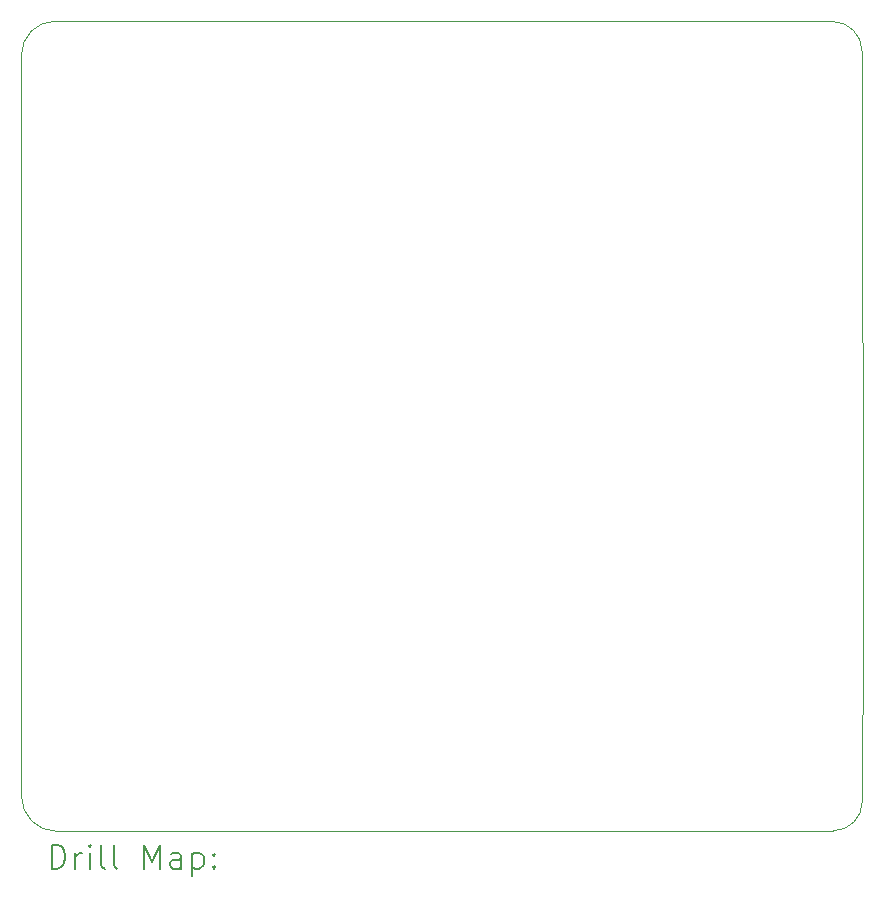
<source format=gbr>
%TF.GenerationSoftware,KiCad,Pcbnew,8.0.8*%
%TF.CreationDate,2025-04-14T11:11:13+01:00*%
%TF.ProjectId,Bat-mon_v1-Fixo,4261742d-6d6f-46e5-9f76-312d4669786f,rev?*%
%TF.SameCoordinates,Original*%
%TF.FileFunction,Drillmap*%
%TF.FilePolarity,Positive*%
%FSLAX45Y45*%
G04 Gerber Fmt 4.5, Leading zero omitted, Abs format (unit mm)*
G04 Created by KiCad (PCBNEW 8.0.8) date 2025-04-14 11:11:13*
%MOMM*%
%LPD*%
G01*
G04 APERTURE LIST*
%ADD10C,0.050000*%
%ADD11C,0.200000*%
G04 APERTURE END LIST*
D10*
X13423223Y-4514994D02*
G75*
G02*
X13706842Y-4232117I285747J-2876D01*
G01*
X20543223Y-10838223D02*
G75*
G02*
X20293223Y-11088223I-250003J3D01*
G01*
X20543223Y-10838223D02*
X20545000Y-9390000D01*
X13722132Y-11092868D02*
X20293223Y-11088223D01*
X20288223Y-4234994D02*
G75*
G02*
X20540000Y-4485000I-3J-251786D01*
G01*
X13706842Y-4232126D02*
X20288223Y-4234994D01*
X13422132Y-10792868D02*
X13423223Y-4514994D01*
X20545000Y-9390000D02*
X20540000Y-4485000D01*
X13722132Y-11092868D02*
G75*
G02*
X13422132Y-10792868I-2J299998D01*
G01*
D11*
X13680409Y-11406852D02*
X13680409Y-11206852D01*
X13680409Y-11206852D02*
X13728028Y-11206852D01*
X13728028Y-11206852D02*
X13756599Y-11216376D01*
X13756599Y-11216376D02*
X13775647Y-11235423D01*
X13775647Y-11235423D02*
X13785171Y-11254471D01*
X13785171Y-11254471D02*
X13794694Y-11292566D01*
X13794694Y-11292566D02*
X13794694Y-11321137D01*
X13794694Y-11321137D02*
X13785171Y-11359233D01*
X13785171Y-11359233D02*
X13775647Y-11378280D01*
X13775647Y-11378280D02*
X13756599Y-11397328D01*
X13756599Y-11397328D02*
X13728028Y-11406852D01*
X13728028Y-11406852D02*
X13680409Y-11406852D01*
X13880409Y-11406852D02*
X13880409Y-11273518D01*
X13880409Y-11311614D02*
X13889933Y-11292566D01*
X13889933Y-11292566D02*
X13899456Y-11283042D01*
X13899456Y-11283042D02*
X13918504Y-11273518D01*
X13918504Y-11273518D02*
X13937552Y-11273518D01*
X14004218Y-11406852D02*
X14004218Y-11273518D01*
X14004218Y-11206852D02*
X13994694Y-11216376D01*
X13994694Y-11216376D02*
X14004218Y-11225899D01*
X14004218Y-11225899D02*
X14013742Y-11216376D01*
X14013742Y-11216376D02*
X14004218Y-11206852D01*
X14004218Y-11206852D02*
X14004218Y-11225899D01*
X14128028Y-11406852D02*
X14108980Y-11397328D01*
X14108980Y-11397328D02*
X14099456Y-11378280D01*
X14099456Y-11378280D02*
X14099456Y-11206852D01*
X14232790Y-11406852D02*
X14213742Y-11397328D01*
X14213742Y-11397328D02*
X14204218Y-11378280D01*
X14204218Y-11378280D02*
X14204218Y-11206852D01*
X14461361Y-11406852D02*
X14461361Y-11206852D01*
X14461361Y-11206852D02*
X14528028Y-11349709D01*
X14528028Y-11349709D02*
X14594694Y-11206852D01*
X14594694Y-11206852D02*
X14594694Y-11406852D01*
X14775647Y-11406852D02*
X14775647Y-11302090D01*
X14775647Y-11302090D02*
X14766123Y-11283042D01*
X14766123Y-11283042D02*
X14747075Y-11273518D01*
X14747075Y-11273518D02*
X14708980Y-11273518D01*
X14708980Y-11273518D02*
X14689933Y-11283042D01*
X14775647Y-11397328D02*
X14756599Y-11406852D01*
X14756599Y-11406852D02*
X14708980Y-11406852D01*
X14708980Y-11406852D02*
X14689933Y-11397328D01*
X14689933Y-11397328D02*
X14680409Y-11378280D01*
X14680409Y-11378280D02*
X14680409Y-11359233D01*
X14680409Y-11359233D02*
X14689933Y-11340185D01*
X14689933Y-11340185D02*
X14708980Y-11330661D01*
X14708980Y-11330661D02*
X14756599Y-11330661D01*
X14756599Y-11330661D02*
X14775647Y-11321137D01*
X14870885Y-11273518D02*
X14870885Y-11473518D01*
X14870885Y-11283042D02*
X14889933Y-11273518D01*
X14889933Y-11273518D02*
X14928028Y-11273518D01*
X14928028Y-11273518D02*
X14947075Y-11283042D01*
X14947075Y-11283042D02*
X14956599Y-11292566D01*
X14956599Y-11292566D02*
X14966123Y-11311614D01*
X14966123Y-11311614D02*
X14966123Y-11368756D01*
X14966123Y-11368756D02*
X14956599Y-11387804D01*
X14956599Y-11387804D02*
X14947075Y-11397328D01*
X14947075Y-11397328D02*
X14928028Y-11406852D01*
X14928028Y-11406852D02*
X14889933Y-11406852D01*
X14889933Y-11406852D02*
X14870885Y-11397328D01*
X15051837Y-11387804D02*
X15061361Y-11397328D01*
X15061361Y-11397328D02*
X15051837Y-11406852D01*
X15051837Y-11406852D02*
X15042314Y-11397328D01*
X15042314Y-11397328D02*
X15051837Y-11387804D01*
X15051837Y-11387804D02*
X15051837Y-11406852D01*
X15051837Y-11283042D02*
X15061361Y-11292566D01*
X15061361Y-11292566D02*
X15051837Y-11302090D01*
X15051837Y-11302090D02*
X15042314Y-11292566D01*
X15042314Y-11292566D02*
X15051837Y-11283042D01*
X15051837Y-11283042D02*
X15051837Y-11302090D01*
M02*

</source>
